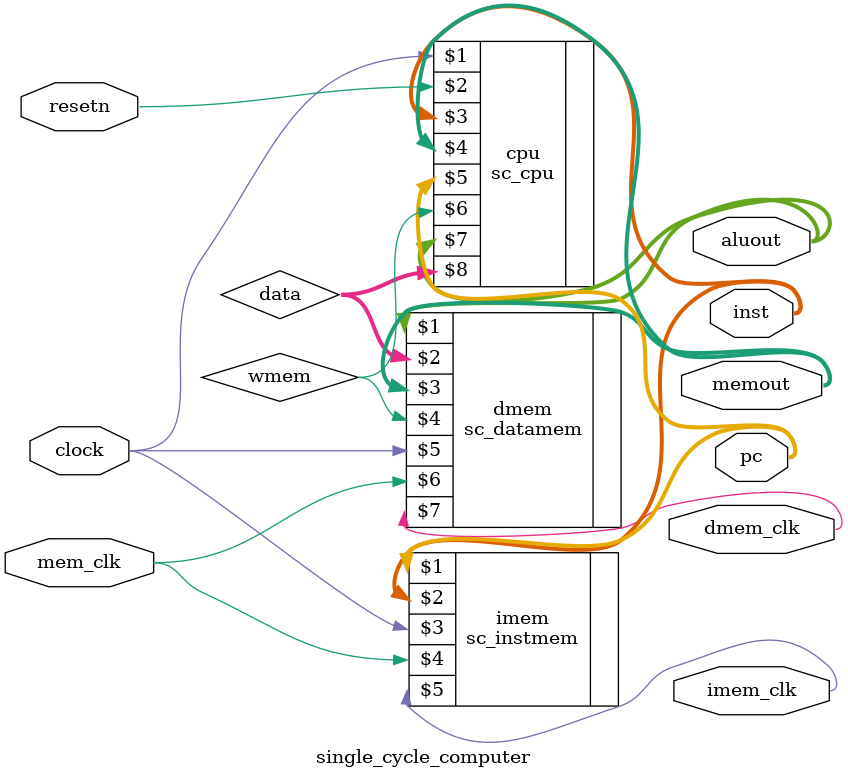
<source format=v>

module single_cycle_computer (resetn,clock,mem_clk,pc,inst,aluout,memout,imem_clk,dmem_clk);
   
   input resetn,clock,mem_clk;
   output [31:0] pc,inst,aluout,memout;
   output        imem_clk,dmem_clk;
   wire   [31:0] data;
   wire          wmem; // all these "wire"s are used to connect or interface the cpu,dmem,imem and so on.
   
   sc_cpu cpu (clock,resetn,inst,memout,pc,wmem,aluout,data);          // CPU module.
   sc_instmem  imem (pc,inst,clock,mem_clk,imem_clk);                  // instruction memory.
   sc_datamem  dmem (aluout,data,memout,wmem,clock,mem_clk,dmem_clk ); // data memory.

endmodule

</source>
